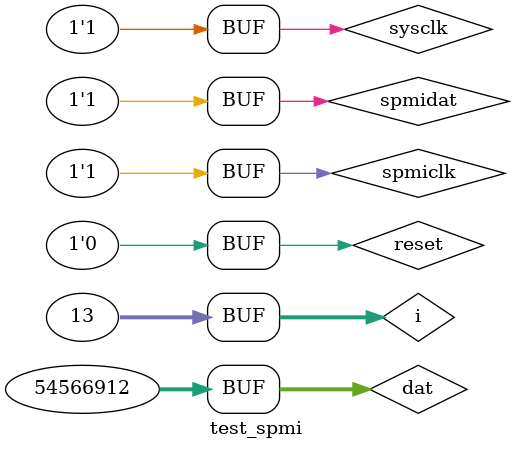
<source format=v>
`timescale 1ns / 1ps

module test_spmi;
   
   reg sysclk;
   reg spmiclk;
   reg spmidat;
   reg reset;
   reg fetched;

   parameter PERIOD_SYSCLK = 12.5;
   parameter PERIOD_SPMICLK = 45;

   always begin
      sysclk = 1'b0;
      #(PERIOD_SYSCLK/2) sysclk = 1'b1;
      #(PERIOD_SYSCLK/2);
   end

   spmi spmi_dut(
		 .sysclk(sysclk),
		 .spmiclk(spmiclk),
		 .spmidat(spmidat),
		 .reset(reset),
		 .packet(packet),
		 .valid(valid),
		 .fetched(fetched),
		 .overflow(overflow)
		 );

   integer i;
   integer dat;
   
   initial begin
      spmidat = 1'b0;
      spmiclk = 1'b0;
      reset = 1'b1;
      
      #(PERIOD_SYSCLK * 10);
      reset = 1'b0;
      #(PERIOD_SYSCLK * 50);
      

      // SSC
      spmidat = 1'b1;
      #(PERIOD_SPMICLK);
      spmidat = 1'b0;
      #(PERIOD_SPMICLK);

      // data
      dat = 13'h2F5;
      for( i = 0; i < 13; i = i + 1 ) begin
	 spmiclk = 1'b0;
	 spmidat = dat & 13'b1_0000_0000_0000 ? 1'b1 : 1'b0;
	 dat = dat << 1;
	 #(PERIOD_SPMICLK/2) spmiclk = 1'b1;
	 #(PERIOD_SPMICLK/2);
      end

      #(PERIOD_SYSCLK * 50);
      
      // SSC
      spmidat = 1'b1;
      #(PERIOD_SPMICLK);
      spmidat = 1'b0;
      #(PERIOD_SPMICLK);

      // data
      dat = 13'h1A05;
      for( i = 0; i < 13; i = i + 1 ) begin
	 spmiclk = 1'b0;
	 spmidat = dat & 13'b1_0000_0000_0000 ? 1'b1 : 1'b0;
	 dat = dat << 1;
	 #(PERIOD_SPMICLK/2) spmiclk = 1'b1;
	 #(PERIOD_SPMICLK/2);
      end

      #(PERIOD_SYSCLK * 50);
   end
   

endmodule // test_spmi

</source>
